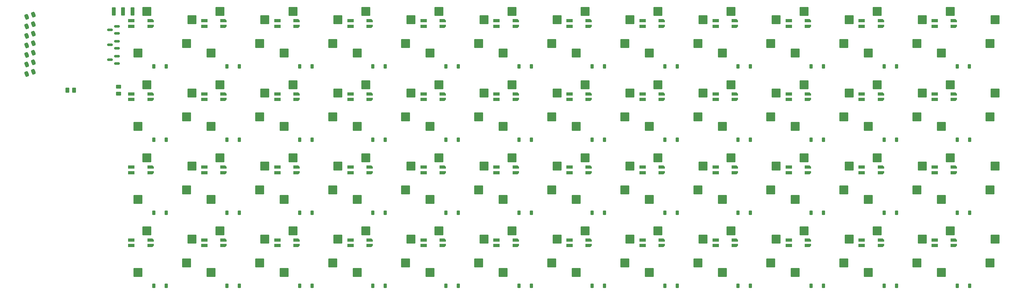
<source format=gbr>
%TF.GenerationSoftware,KiCad,Pcbnew,9.0.2+dfsg-1*%
%TF.CreationDate,2025-11-03T11:46:04-05:00*%
%TF.ProjectId,4x12,34783132-2e6b-4696-9361-645f70636258,rev?*%
%TF.SameCoordinates,Original*%
%TF.FileFunction,Paste,Bot*%
%TF.FilePolarity,Positive*%
%FSLAX46Y46*%
G04 Gerber Fmt 4.6, Leading zero omitted, Abs format (unit mm)*
G04 Created by KiCad (PCBNEW 9.0.2+dfsg-1) date 2025-11-03 11:46:04*
%MOMM*%
%LPD*%
G01*
G04 APERTURE LIST*
G04 Aperture macros list*
%AMRoundRect*
0 Rectangle with rounded corners*
0 $1 Rounding radius*
0 $2 $3 $4 $5 $6 $7 $8 $9 X,Y pos of 4 corners*
0 Add a 4 corners polygon primitive as box body*
4,1,4,$2,$3,$4,$5,$6,$7,$8,$9,$2,$3,0*
0 Add four circle primitives for the rounded corners*
1,1,$1+$1,$2,$3*
1,1,$1+$1,$4,$5*
1,1,$1+$1,$6,$7*
1,1,$1+$1,$8,$9*
0 Add four rect primitives between the rounded corners*
20,1,$1+$1,$2,$3,$4,$5,0*
20,1,$1+$1,$4,$5,$6,$7,0*
20,1,$1+$1,$6,$7,$8,$9,0*
20,1,$1+$1,$8,$9,$2,$3,0*%
%AMOutline5P*
0 Free polygon, 5 corners , with rotation*
0 The origin of the aperture is its center*
0 number of corners: always 5*
0 $1 to $10 corner X, Y*
0 $11 Rotation angle, in degrees counterclockwise*
0 create outline with 5 corners*
4,1,5,$1,$2,$3,$4,$5,$6,$7,$8,$9,$10,$1,$2,$11*%
%AMOutline6P*
0 Free polygon, 6 corners , with rotation*
0 The origin of the aperture is its center*
0 number of corners: always 6*
0 $1 to $12 corner X, Y*
0 $13 Rotation angle, in degrees counterclockwise*
0 create outline with 6 corners*
4,1,6,$1,$2,$3,$4,$5,$6,$7,$8,$9,$10,$11,$12,$1,$2,$13*%
%AMOutline7P*
0 Free polygon, 7 corners , with rotation*
0 The origin of the aperture is its center*
0 number of corners: always 7*
0 $1 to $14 corner X, Y*
0 $15 Rotation angle, in degrees counterclockwise*
0 create outline with 7 corners*
4,1,7,$1,$2,$3,$4,$5,$6,$7,$8,$9,$10,$11,$12,$13,$14,$1,$2,$15*%
%AMOutline8P*
0 Free polygon, 8 corners , with rotation*
0 The origin of the aperture is its center*
0 number of corners: always 8*
0 $1 to $16 corner X, Y*
0 $17 Rotation angle, in degrees counterclockwise*
0 create outline with 8 corners*
4,1,8,$1,$2,$3,$4,$5,$6,$7,$8,$9,$10,$11,$12,$13,$14,$15,$16,$1,$2,$17*%
G04 Aperture macros list end*
%ADD10RoundRect,0.240000X-0.959988X-0.960012X0.960012X-0.959988X0.959988X0.960012X-0.960012X0.959988X0*%
%ADD11RoundRect,0.240000X0.959988X0.960012X-0.960012X0.959988X-0.959988X-0.960012X0.960012X-0.959988X0*%
%ADD12RoundRect,0.225000X-0.225002X-0.374999X0.224998X-0.375001X0.225002X0.374999X-0.224998X0.375001X0*%
%ADD13R,1.700000X0.820000*%
%ADD14Outline5P,-0.850000X0.410000X0.850000X0.410000X0.850000X0.000000X0.440000X-0.410000X-0.850000X-0.410000X0.000000*%
%ADD15Outline5P,-0.850000X0.410000X0.440000X0.410000X0.850000X0.000000X0.850000X-0.410000X-0.850000X-0.410000X0.000000*%
%ADD16RoundRect,0.150000X0.587500X0.150000X-0.587500X0.150000X-0.587500X-0.150000X0.587500X-0.150000X0*%
%ADD17RoundRect,0.200000X-0.300000X-0.925000X0.300000X-0.925000X0.300000X0.925000X-0.300000X0.925000X0*%
%ADD18RoundRect,0.250000X0.092760X0.512642X-0.400578X0.333081X-0.092760X-0.512642X0.400578X-0.333081X0*%
%ADD19RoundRect,0.250000X0.262500X0.450000X-0.262500X0.450000X-0.262500X-0.450000X0.262500X-0.450000X0*%
%ADD20RoundRect,0.250000X-0.450000X0.262500X-0.450000X-0.262500X0.450000X-0.262500X0.450000X0.262500X0*%
G04 APERTURE END LIST*
D10*
%TO.C,REF\u002A\u002A*%
X147970228Y-65731522D03*
X159970245Y-67931352D03*
%TD*%
D11*
%TO.C,REF\u002A\u002A*%
X61275602Y-93771395D03*
X48348626Y-96311533D03*
%TD*%
%TO.C,REF\u002A\u002A*%
X255835118Y-54771425D03*
X242908142Y-57311563D03*
%TD*%
D10*
%TO.C,REF\u002A\u002A*%
X225794013Y-46231560D03*
X237794030Y-48431390D03*
%TD*%
D11*
%TO.C,REF\u002A\u002A*%
X119643333Y-74271387D03*
X106716357Y-76811525D03*
%TD*%
%TO.C,REF\u002A\u002A*%
X61275118Y-54771425D03*
X48348142Y-57311563D03*
%TD*%
D10*
%TO.C,REF\u002A\u002A*%
X186882013Y-46231561D03*
X198882030Y-48431391D03*
%TD*%
D12*
%TO.C,D14*%
X169276433Y-80381490D03*
X172576441Y-80381460D03*
%TD*%
D11*
%TO.C,REF\u002A\u002A*%
X197467118Y-54771426D03*
X184540142Y-57311564D03*
%TD*%
%TO.C,REF\u002A\u002A*%
X158555118Y-54771425D03*
X145628142Y-57311563D03*
%TD*%
D10*
%TO.C,REF\u002A\u002A*%
X70146229Y-65731522D03*
X82146246Y-67931352D03*
%TD*%
D12*
%TO.C,D14*%
X71996194Y-60881489D03*
X75296202Y-60881459D03*
%TD*%
%TO.C,D14*%
X149820194Y-60881489D03*
X153120202Y-60881459D03*
%TD*%
D11*
%TO.C,REF\u002A\u002A*%
X275291602Y-113227395D03*
X262364626Y-115767533D03*
%TD*%
D10*
%TO.C,REF\u002A\u002A*%
X264706014Y-46231559D03*
X276706031Y-48431389D03*
%TD*%
%TO.C,REF\u002A\u002A*%
X225794497Y-85231530D03*
X237794514Y-87431360D03*
%TD*%
%TO.C,REF\u002A\u002A*%
X206338013Y-46231559D03*
X218338030Y-48431389D03*
%TD*%
D11*
%TO.C,REF\u002A\u002A*%
X158555333Y-74271387D03*
X145628357Y-76811525D03*
%TD*%
%TO.C,REF\u002A\u002A*%
X80731334Y-74271387D03*
X67804358Y-76811525D03*
%TD*%
D10*
%TO.C,REF\u002A\u002A*%
X167426013Y-46231561D03*
X179426030Y-48431391D03*
%TD*%
D12*
%TO.C,D14*%
X130364194Y-60881489D03*
X133664202Y-60881459D03*
%TD*%
D10*
%TO.C,REF\u002A\u002A*%
X147970497Y-85231530D03*
X159970514Y-87431360D03*
%TD*%
D11*
%TO.C,REF\u002A\u002A*%
X216923333Y-74271387D03*
X203996357Y-76811525D03*
%TD*%
%TO.C,REF\u002A\u002A*%
X275291119Y-54771424D03*
X262364143Y-57311562D03*
%TD*%
D12*
%TO.C,D14*%
X188732433Y-80381488D03*
X192032441Y-80381458D03*
%TD*%
D11*
%TO.C,REF\u002A\u002A*%
X139099118Y-54771425D03*
X126172142Y-57311563D03*
%TD*%
D10*
%TO.C,REF\u002A\u002A*%
X206338497Y-85231530D03*
X218338514Y-87431360D03*
%TD*%
D12*
%TO.C,D14*%
X52540433Y-80381489D03*
X55840441Y-80381459D03*
%TD*%
%TO.C,D14*%
X169276647Y-119337495D03*
X172576655Y-119337465D03*
%TD*%
D10*
%TO.C,REF\u002A\u002A*%
X50690497Y-104687530D03*
X62690514Y-106887360D03*
%TD*%
%TO.C,REF\u002A\u002A*%
X147970497Y-104687530D03*
X159970514Y-106887360D03*
%TD*%
D12*
%TO.C,D14*%
X227644194Y-60881489D03*
X230944202Y-60881459D03*
%TD*%
D10*
%TO.C,REF\u002A\u002A*%
X50690228Y-65731522D03*
X62690245Y-67931352D03*
%TD*%
D11*
%TO.C,REF\u002A\u002A*%
X119643602Y-113227395D03*
X106716626Y-115767533D03*
%TD*%
D12*
%TO.C,D14*%
X110908646Y-119337495D03*
X114208654Y-119337465D03*
%TD*%
D10*
%TO.C,REF\u002A\u002A*%
X167426229Y-65731522D03*
X179426246Y-67931352D03*
%TD*%
%TO.C,REF\u002A\u002A*%
X206338497Y-104687531D03*
X218338514Y-106887361D03*
%TD*%
%TO.C,REF\u002A\u002A*%
X206338228Y-65731522D03*
X218338245Y-67931352D03*
%TD*%
%TO.C,REF\u002A\u002A*%
X245250228Y-65731522D03*
X257250245Y-67931352D03*
%TD*%
D12*
%TO.C,D14*%
X149820434Y-80381489D03*
X153120442Y-80381459D03*
%TD*%
%TO.C,D14*%
X71996647Y-119337496D03*
X75296655Y-119337466D03*
%TD*%
%TO.C,D14*%
X110908195Y-60881489D03*
X114208203Y-60881459D03*
%TD*%
D11*
%TO.C,REF\u002A\u002A*%
X100187602Y-113227395D03*
X87260626Y-115767533D03*
%TD*%
%TO.C,REF\u002A\u002A*%
X216923602Y-93771395D03*
X203996626Y-96311533D03*
%TD*%
D12*
%TO.C,D14*%
X266556433Y-80381489D03*
X269856441Y-80381459D03*
%TD*%
%TO.C,D14*%
X110908646Y-99881494D03*
X114208654Y-99881464D03*
%TD*%
D10*
%TO.C,REF\u002A\u002A*%
X264706228Y-65731522D03*
X276706245Y-67931352D03*
%TD*%
%TO.C,REF\u002A\u002A*%
X89602228Y-65731522D03*
X101602245Y-67931352D03*
%TD*%
D11*
%TO.C,REF\u002A\u002A*%
X178011118Y-54771426D03*
X165084142Y-57311564D03*
%TD*%
%TO.C,REF\u002A\u002A*%
X275291602Y-93771395D03*
X262364626Y-96311533D03*
%TD*%
D10*
%TO.C,REF\u002A\u002A*%
X186882498Y-85231530D03*
X198882515Y-87431360D03*
%TD*%
D11*
%TO.C,REF\u002A\u002A*%
X178011602Y-93771395D03*
X165084626Y-96311533D03*
%TD*%
D10*
%TO.C,REF\u002A\u002A*%
X70146497Y-104687530D03*
X82146514Y-106887360D03*
%TD*%
%TO.C,REF\u002A\u002A*%
X128514497Y-85231529D03*
X140514514Y-87431359D03*
%TD*%
D12*
%TO.C,D14*%
X247100433Y-80381489D03*
X250400441Y-80381459D03*
%TD*%
D10*
%TO.C,REF\u002A\u002A*%
X89602013Y-46231560D03*
X101602030Y-48431390D03*
%TD*%
D12*
%TO.C,D14*%
X149820646Y-119337495D03*
X153120654Y-119337465D03*
%TD*%
D11*
%TO.C,REF\u002A\u002A*%
X216923602Y-113227396D03*
X203996626Y-115767534D03*
%TD*%
D10*
%TO.C,REF\u002A\u002A*%
X186882228Y-65731522D03*
X198882245Y-67931352D03*
%TD*%
D12*
%TO.C,D14*%
X169276194Y-60881490D03*
X172576202Y-60881460D03*
%TD*%
%TO.C,D14*%
X52540647Y-99881495D03*
X55840655Y-99881465D03*
%TD*%
D11*
%TO.C,REF\u002A\u002A*%
X158555602Y-93771395D03*
X145628626Y-96311533D03*
%TD*%
D10*
%TO.C,REF\u002A\u002A*%
X50690013Y-46231560D03*
X62690030Y-48431390D03*
%TD*%
D11*
%TO.C,REF\u002A\u002A*%
X100187333Y-74271387D03*
X87260357Y-76811525D03*
%TD*%
D12*
%TO.C,D14*%
X227644433Y-80381489D03*
X230944441Y-80381459D03*
%TD*%
%TO.C,D14*%
X91452194Y-60881489D03*
X94752202Y-60881459D03*
%TD*%
%TO.C,D14*%
X130364646Y-119337495D03*
X133664654Y-119337465D03*
%TD*%
D10*
%TO.C,REF\u002A\u002A*%
X70146498Y-85231530D03*
X82146515Y-87431360D03*
%TD*%
D12*
%TO.C,D14*%
X208188646Y-99881495D03*
X211488654Y-99881465D03*
%TD*%
D11*
%TO.C,REF\u002A\u002A*%
X178011602Y-113227395D03*
X165084626Y-115767533D03*
%TD*%
%TO.C,REF\u002A\u002A*%
X61275333Y-74271387D03*
X48348357Y-76811525D03*
%TD*%
D10*
%TO.C,REF\u002A\u002A*%
X167426497Y-104687530D03*
X179426514Y-106887360D03*
%TD*%
D12*
%TO.C,D14*%
X169276647Y-99881495D03*
X172576655Y-99881465D03*
%TD*%
D10*
%TO.C,REF\u002A\u002A*%
X264706497Y-104687530D03*
X276706514Y-106887360D03*
%TD*%
D12*
%TO.C,D14*%
X91452646Y-119337495D03*
X94752654Y-119337465D03*
%TD*%
D11*
%TO.C,REF\u002A\u002A*%
X139099602Y-113227395D03*
X126172626Y-115767533D03*
%TD*%
D12*
%TO.C,D14*%
X130364646Y-99881495D03*
X133664654Y-99881465D03*
%TD*%
%TO.C,D14*%
X52540646Y-119337495D03*
X55840654Y-119337465D03*
%TD*%
D11*
%TO.C,REF\u002A\u002A*%
X178011334Y-74271387D03*
X165084358Y-76811525D03*
%TD*%
D10*
%TO.C,REF\u002A\u002A*%
X186882498Y-104687530D03*
X198882515Y-106887360D03*
%TD*%
%TO.C,REF\u002A\u002A*%
X70146013Y-46231560D03*
X82146030Y-48431390D03*
%TD*%
D12*
%TO.C,D14*%
X91452646Y-99881495D03*
X94752654Y-99881465D03*
%TD*%
D11*
%TO.C,REF\u002A\u002A*%
X119643119Y-54771425D03*
X106716143Y-57311563D03*
%TD*%
D12*
%TO.C,D14*%
X247100646Y-119337495D03*
X250400654Y-119337465D03*
%TD*%
D11*
%TO.C,REF\u002A\u002A*%
X139099333Y-74271388D03*
X126172357Y-76811526D03*
%TD*%
%TO.C,REF\u002A\u002A*%
X100187602Y-93771396D03*
X87260626Y-96311534D03*
%TD*%
D12*
%TO.C,D14*%
X227644646Y-119337495D03*
X230944654Y-119337465D03*
%TD*%
%TO.C,D14*%
X208188646Y-119337495D03*
X211488654Y-119337465D03*
%TD*%
%TO.C,D14*%
X188732646Y-119337496D03*
X192032654Y-119337466D03*
%TD*%
%TO.C,D14*%
X266556194Y-60881489D03*
X269856202Y-60881459D03*
%TD*%
%TO.C,D14*%
X130364433Y-80381489D03*
X133664441Y-80381459D03*
%TD*%
D11*
%TO.C,REF\u002A\u002A*%
X197467603Y-113227395D03*
X184540627Y-115767533D03*
%TD*%
%TO.C,REF\u002A\u002A*%
X80731118Y-54771425D03*
X67804142Y-57311563D03*
%TD*%
%TO.C,REF\u002A\u002A*%
X255835602Y-113227394D03*
X242908626Y-115767532D03*
%TD*%
D10*
%TO.C,REF\u002A\u002A*%
X128514497Y-104687530D03*
X140514514Y-106887360D03*
%TD*%
D11*
%TO.C,REF\u002A\u002A*%
X236379118Y-54771425D03*
X223452142Y-57311563D03*
%TD*%
%TO.C,REF\u002A\u002A*%
X100187118Y-54771425D03*
X87260142Y-57311563D03*
%TD*%
D10*
%TO.C,REF\u002A\u002A*%
X167426497Y-85231530D03*
X179426514Y-87431360D03*
%TD*%
%TO.C,REF\u002A\u002A*%
X109058014Y-46231560D03*
X121058031Y-48431390D03*
%TD*%
D11*
%TO.C,REF\u002A\u002A*%
X119643602Y-93771395D03*
X106716626Y-96311533D03*
%TD*%
%TO.C,REF\u002A\u002A*%
X139099602Y-93771394D03*
X126172626Y-96311532D03*
%TD*%
%TO.C,REF\u002A\u002A*%
X275291333Y-74271387D03*
X262364357Y-76811525D03*
%TD*%
D10*
%TO.C,REF\u002A\u002A*%
X50690497Y-85231530D03*
X62690514Y-87431360D03*
%TD*%
D11*
%TO.C,REF\u002A\u002A*%
X197467603Y-93771395D03*
X184540627Y-96311533D03*
%TD*%
D10*
%TO.C,REF\u002A\u002A*%
X89602497Y-85231531D03*
X101602514Y-87431361D03*
%TD*%
D11*
%TO.C,REF\u002A\u002A*%
X80731603Y-93771395D03*
X67804627Y-96311533D03*
%TD*%
D12*
%TO.C,D14*%
X110908433Y-80381489D03*
X114208441Y-80381459D03*
%TD*%
D10*
%TO.C,REF\u002A\u002A*%
X245250497Y-104687529D03*
X257250514Y-106887359D03*
%TD*%
D12*
%TO.C,D14*%
X208188194Y-60881489D03*
X211488202Y-60881459D03*
%TD*%
D11*
%TO.C,REF\u002A\u002A*%
X61275602Y-113227395D03*
X48348626Y-115767533D03*
%TD*%
D10*
%TO.C,REF\u002A\u002A*%
X128514228Y-65731523D03*
X140514245Y-67931353D03*
%TD*%
D12*
%TO.C,D14*%
X266556646Y-119337495D03*
X269856654Y-119337465D03*
%TD*%
D10*
%TO.C,REF\u002A\u002A*%
X245250013Y-46231560D03*
X257250030Y-48431390D03*
%TD*%
D11*
%TO.C,REF\u002A\u002A*%
X255835602Y-93771395D03*
X242908626Y-96311533D03*
%TD*%
D12*
%TO.C,D14*%
X266556647Y-99881495D03*
X269856655Y-99881465D03*
%TD*%
D10*
%TO.C,REF\u002A\u002A*%
X225794497Y-104687531D03*
X237794514Y-106887361D03*
%TD*%
D11*
%TO.C,REF\u002A\u002A*%
X158555602Y-113227395D03*
X145628626Y-115767533D03*
%TD*%
D12*
%TO.C,D14*%
X188732646Y-99881495D03*
X192032654Y-99881465D03*
%TD*%
D10*
%TO.C,REF\u002A\u002A*%
X264706497Y-85231530D03*
X276706514Y-87431360D03*
%TD*%
D12*
%TO.C,D14*%
X71996433Y-80381489D03*
X75296441Y-80381459D03*
%TD*%
D10*
%TO.C,REF\u002A\u002A*%
X147970013Y-46231560D03*
X159970030Y-48431390D03*
%TD*%
D12*
%TO.C,D14*%
X227644646Y-99881495D03*
X230944654Y-99881465D03*
%TD*%
D10*
%TO.C,REF\u002A\u002A*%
X89602497Y-104687530D03*
X101602514Y-106887360D03*
%TD*%
D11*
%TO.C,REF\u002A\u002A*%
X255835333Y-74271387D03*
X242908357Y-76811525D03*
%TD*%
D12*
%TO.C,D14*%
X188732194Y-60881490D03*
X192032202Y-60881460D03*
%TD*%
D11*
%TO.C,REF\u002A\u002A*%
X216923118Y-54771424D03*
X203996142Y-57311562D03*
%TD*%
%TO.C,REF\u002A\u002A*%
X236379335Y-74271387D03*
X223452359Y-76811525D03*
%TD*%
%TO.C,REF\u002A\u002A*%
X197467333Y-74271387D03*
X184540357Y-76811525D03*
%TD*%
D12*
%TO.C,D14*%
X149820646Y-99881495D03*
X153120654Y-99881465D03*
%TD*%
%TO.C,D14*%
X208188434Y-80381488D03*
X211488442Y-80381458D03*
%TD*%
%TO.C,D14*%
X247100646Y-99881495D03*
X250400654Y-99881465D03*
%TD*%
D11*
%TO.C,REF\u002A\u002A*%
X236379602Y-113227396D03*
X223452626Y-115767534D03*
%TD*%
D12*
%TO.C,D14*%
X71996646Y-99881496D03*
X75296654Y-99881466D03*
%TD*%
D10*
%TO.C,REF\u002A\u002A*%
X109058497Y-85231530D03*
X121058514Y-87431360D03*
%TD*%
%TO.C,REF\u002A\u002A*%
X225794230Y-65731522D03*
X237794247Y-67931352D03*
%TD*%
%TO.C,REF\u002A\u002A*%
X109058228Y-65731522D03*
X121058245Y-67931352D03*
%TD*%
%TO.C,REF\u002A\u002A*%
X128514013Y-46231560D03*
X140514030Y-48431390D03*
%TD*%
D11*
%TO.C,REF\u002A\u002A*%
X236379602Y-93771395D03*
X223452626Y-96311533D03*
%TD*%
D12*
%TO.C,D14*%
X91452433Y-80381489D03*
X94752441Y-80381459D03*
%TD*%
D10*
%TO.C,REF\u002A\u002A*%
X109058497Y-104687530D03*
X121058514Y-106887360D03*
%TD*%
D11*
%TO.C,REF\u002A\u002A*%
X80731602Y-113227395D03*
X67804626Y-115767533D03*
%TD*%
D12*
%TO.C,D14*%
X247100194Y-60881489D03*
X250400202Y-60881459D03*
%TD*%
D10*
%TO.C,REF\u002A\u002A*%
X245250497Y-85231530D03*
X257250514Y-87431360D03*
%TD*%
D12*
%TO.C,D14*%
X52540194Y-60881489D03*
X55840202Y-60881459D03*
%TD*%
D13*
%TO.C,REF\u002A\u002A*%
X241142513Y-87679547D03*
X241142513Y-89179547D03*
D14*
X246242513Y-89179547D03*
D15*
X246242513Y-87679547D03*
%TD*%
D13*
%TO.C,REF\u002A\u002A*%
X202230030Y-48679608D03*
X202230030Y-50179608D03*
D14*
X207330030Y-50179608D03*
D15*
X207330030Y-48679608D03*
%TD*%
D16*
%TO.C,REF\u002A\u002A*%
X42760013Y-50150558D03*
X42760013Y-52050558D03*
X40885013Y-51100558D03*
%TD*%
D13*
%TO.C,REF\u002A\u002A*%
X260598028Y-48679577D03*
X260598028Y-50179577D03*
D14*
X265698028Y-50179577D03*
D15*
X265698028Y-48679577D03*
%TD*%
D17*
%TO.C,REF\u002A\u002A*%
X41882508Y-46225551D03*
X44382518Y-46225544D03*
X46882501Y-46225555D03*
%TD*%
D13*
%TO.C,REF\u002A\u002A*%
X85494246Y-68179539D03*
X85494246Y-69679539D03*
D14*
X90594246Y-69679539D03*
D15*
X90594246Y-68179539D03*
%TD*%
D13*
%TO.C,REF\u002A\u002A*%
X143862513Y-107135608D03*
X143862513Y-108635608D03*
D14*
X148962513Y-108635608D03*
D15*
X148962513Y-107135608D03*
%TD*%
D13*
%TO.C,REF\u002A\u002A*%
X241142513Y-107135608D03*
X241142513Y-108635608D03*
D14*
X246242513Y-108635608D03*
D15*
X246242513Y-107135608D03*
%TD*%
D13*
%TO.C,REF\u002A\u002A*%
X104950029Y-48679577D03*
X104950029Y-50179577D03*
D14*
X110050029Y-50179577D03*
D15*
X110050029Y-48679577D03*
%TD*%
D13*
%TO.C,REF\u002A\u002A*%
X66038513Y-87679608D03*
X66038513Y-89179608D03*
D14*
X71138513Y-89179608D03*
D15*
X71138513Y-87679608D03*
%TD*%
D13*
%TO.C,REF\u002A\u002A*%
X260598513Y-87679607D03*
X260598513Y-89179607D03*
D14*
X265698513Y-89179607D03*
D15*
X265698513Y-87679607D03*
%TD*%
D13*
%TO.C,REF\u002A\u002A*%
X124406513Y-107135547D03*
X124406513Y-108635547D03*
D14*
X129506513Y-108635547D03*
D15*
X129506513Y-107135547D03*
%TD*%
D13*
%TO.C,REF\u002A\u002A*%
X241142244Y-68179508D03*
X241142244Y-69679508D03*
D14*
X246242244Y-69679508D03*
D15*
X246242244Y-68179508D03*
%TD*%
D18*
%TO.C,REF\u002A\u002A*%
X20442513Y-54640559D03*
X18727573Y-55264743D03*
%TD*%
D13*
%TO.C,REF\u002A\u002A*%
X182774244Y-68179509D03*
X182774244Y-69679509D03*
D14*
X187874244Y-69679509D03*
D15*
X187874244Y-68179509D03*
%TD*%
D13*
%TO.C,REF\u002A\u002A*%
X202230244Y-68179508D03*
X202230244Y-69679508D03*
D14*
X207330244Y-69679508D03*
D15*
X207330244Y-68179508D03*
%TD*%
D13*
%TO.C,REF\u002A\u002A*%
X124406029Y-48679608D03*
X124406029Y-50179608D03*
D14*
X129506029Y-50179608D03*
D15*
X129506029Y-48679608D03*
%TD*%
D13*
%TO.C,REF\u002A\u002A*%
X46582514Y-87679547D03*
X46582514Y-89179547D03*
D14*
X51682514Y-89179547D03*
D15*
X51682514Y-87679547D03*
%TD*%
D13*
%TO.C,REF\u002A\u002A*%
X124406513Y-87679547D03*
X124406513Y-89179547D03*
D14*
X129506513Y-89179547D03*
D15*
X129506513Y-87679547D03*
%TD*%
D18*
%TO.C,REF\u002A\u002A*%
X20442513Y-57180559D03*
X18727573Y-57804743D03*
%TD*%
D13*
%TO.C,REF\u002A\u002A*%
X163318513Y-107135607D03*
X163318513Y-108635607D03*
D14*
X168418513Y-108635607D03*
D15*
X168418513Y-107135607D03*
%TD*%
D13*
%TO.C,REF\u002A\u002A*%
X182774513Y-107135547D03*
X182774513Y-108635547D03*
D14*
X187874513Y-108635547D03*
D15*
X187874513Y-107135547D03*
%TD*%
D13*
%TO.C,REF\u002A\u002A*%
X104950244Y-68179508D03*
X104950244Y-69679508D03*
D14*
X110050244Y-69679508D03*
D15*
X110050244Y-68179508D03*
%TD*%
D13*
%TO.C,REF\u002A\u002A*%
X221686513Y-107135547D03*
X221686513Y-108635547D03*
D14*
X226786513Y-108635547D03*
D15*
X226786513Y-107135547D03*
%TD*%
D18*
%TO.C,REF\u002A\u002A*%
X20442513Y-47020559D03*
X18727573Y-47644743D03*
%TD*%
D13*
%TO.C,REF\u002A\u002A*%
X221686244Y-68179507D03*
X221686244Y-69679507D03*
D14*
X226786244Y-69679507D03*
D15*
X226786244Y-68179507D03*
%TD*%
D13*
%TO.C,REF\u002A\u002A*%
X260598244Y-68179508D03*
X260598244Y-69679508D03*
D14*
X265698244Y-69679508D03*
D15*
X265698244Y-68179508D03*
%TD*%
D13*
%TO.C,REF\u002A\u002A*%
X163318029Y-48679608D03*
X163318029Y-50179608D03*
D14*
X168418029Y-50179608D03*
D15*
X168418029Y-48679608D03*
%TD*%
D18*
%TO.C,REF\u002A\u002A*%
X20442513Y-49560559D03*
X18727573Y-50184743D03*
%TD*%
D13*
%TO.C,REF\u002A\u002A*%
X163318512Y-87679547D03*
X163318512Y-89179547D03*
D14*
X168418512Y-89179547D03*
D15*
X168418512Y-87679547D03*
%TD*%
D18*
%TO.C,REF\u002A\u002A*%
X20442512Y-59720559D03*
X18727572Y-60344743D03*
%TD*%
D13*
%TO.C,REF\u002A\u002A*%
X182774513Y-87679547D03*
X182774513Y-89179547D03*
D14*
X187874513Y-89179547D03*
D15*
X187874513Y-87679547D03*
%TD*%
D19*
%TO.C,REF\u002A\u002A*%
X31336300Y-67211088D03*
X29511300Y-67211090D03*
%TD*%
D13*
%TO.C,REF\u002A\u002A*%
X85494029Y-48679577D03*
X85494029Y-50179577D03*
D14*
X90594029Y-50179577D03*
D15*
X90594029Y-48679577D03*
%TD*%
D13*
%TO.C,REF\u002A\u002A*%
X104950514Y-107135608D03*
X104950514Y-108635608D03*
D14*
X110050514Y-108635608D03*
D15*
X110050514Y-107135608D03*
%TD*%
D13*
%TO.C,REF\u002A\u002A*%
X221686513Y-87679547D03*
X221686513Y-89179547D03*
D14*
X226786513Y-89179547D03*
D15*
X226786513Y-87679547D03*
%TD*%
D13*
%TO.C,REF\u002A\u002A*%
X221686029Y-48679608D03*
X221686029Y-50179608D03*
D14*
X226786029Y-50179608D03*
D15*
X226786029Y-48679608D03*
%TD*%
D13*
%TO.C,REF\u002A\u002A*%
X124406244Y-68179539D03*
X124406244Y-69679539D03*
D14*
X129506244Y-69679539D03*
D15*
X129506244Y-68179539D03*
%TD*%
D13*
%TO.C,REF\u002A\u002A*%
X46582513Y-107135558D03*
X46582513Y-108635558D03*
D14*
X51682513Y-108635558D03*
D15*
X51682513Y-107135558D03*
%TD*%
D13*
%TO.C,REF\u002A\u002A*%
X202230513Y-107135547D03*
X202230513Y-108635547D03*
D14*
X207330513Y-108635547D03*
D15*
X207330513Y-107135547D03*
%TD*%
D13*
%TO.C,REF\u002A\u002A*%
X202230514Y-87679608D03*
X202230514Y-89179608D03*
D14*
X207330514Y-89179608D03*
D15*
X207330514Y-87679608D03*
%TD*%
D13*
%TO.C,REF\u002A\u002A*%
X260598512Y-107135547D03*
X260598512Y-108635547D03*
D14*
X265698512Y-108635547D03*
D15*
X265698512Y-107135547D03*
%TD*%
D13*
%TO.C,REF\u002A\u002A*%
X85494513Y-87679547D03*
X85494513Y-89179547D03*
D14*
X90594513Y-89179547D03*
D15*
X90594513Y-87679547D03*
%TD*%
D13*
%TO.C,REF\u002A\u002A*%
X182774029Y-48679608D03*
X182774029Y-50179608D03*
D14*
X187874029Y-50179608D03*
D15*
X187874029Y-48679608D03*
%TD*%
D13*
%TO.C,REF\u002A\u002A*%
X143862244Y-68179508D03*
X143862244Y-69679508D03*
D14*
X148962244Y-69679508D03*
D15*
X148962244Y-68179508D03*
%TD*%
D13*
%TO.C,REF\u002A\u002A*%
X66038512Y-107135547D03*
X66038512Y-108635547D03*
D14*
X71138512Y-108635547D03*
D15*
X71138512Y-107135547D03*
%TD*%
D18*
%TO.C,REF\u002A\u002A*%
X20442513Y-52100559D03*
X18727573Y-52724743D03*
%TD*%
D13*
%TO.C,REF\u002A\u002A*%
X143862512Y-87679547D03*
X143862512Y-89179547D03*
D14*
X148962512Y-89179547D03*
D15*
X148962512Y-87679547D03*
%TD*%
D13*
%TO.C,REF\u002A\u002A*%
X143862029Y-48679577D03*
X143862029Y-50179577D03*
D14*
X148962029Y-50179577D03*
D15*
X148962029Y-48679577D03*
%TD*%
D13*
%TO.C,REF\u002A\u002A*%
X104950514Y-87679608D03*
X104950514Y-89179608D03*
D14*
X110050514Y-89179608D03*
D15*
X110050514Y-87679608D03*
%TD*%
D16*
%TO.C,REF\u002A\u002A*%
X42760013Y-54150558D03*
X42760013Y-56050558D03*
X40885013Y-55100558D03*
%TD*%
D20*
%TO.C,REF\u002A\u002A*%
X43123799Y-66298589D03*
X43123801Y-68123589D03*
%TD*%
D13*
%TO.C,REF\u002A\u002A*%
X163318244Y-68179539D03*
X163318244Y-69679539D03*
D14*
X168418244Y-69679539D03*
D15*
X168418244Y-68179539D03*
%TD*%
D13*
%TO.C,REF\u002A\u002A*%
X46582029Y-48679577D03*
X46582029Y-50179577D03*
D14*
X51682029Y-50179577D03*
D15*
X51682029Y-48679577D03*
%TD*%
D16*
%TO.C,REF\u002A\u002A*%
X42760014Y-58150559D03*
X42760014Y-60050559D03*
X40885014Y-59100559D03*
%TD*%
D13*
%TO.C,REF\u002A\u002A*%
X66038244Y-68179539D03*
X66038244Y-69679539D03*
D14*
X71138244Y-69679539D03*
D15*
X71138244Y-68179539D03*
%TD*%
D13*
%TO.C,REF\u002A\u002A*%
X66038029Y-48679576D03*
X66038029Y-50179576D03*
D14*
X71138029Y-50179576D03*
D15*
X71138029Y-48679576D03*
%TD*%
D18*
%TO.C,REF\u002A\u002A*%
X20442513Y-62260559D03*
X18727573Y-62884743D03*
%TD*%
D13*
%TO.C,REF\u002A\u002A*%
X85494513Y-107135608D03*
X85494513Y-108635608D03*
D14*
X90594513Y-108635608D03*
D15*
X90594513Y-107135608D03*
%TD*%
D13*
%TO.C,REF\u002A\u002A*%
X241142029Y-48679578D03*
X241142029Y-50179578D03*
D14*
X246242029Y-50179578D03*
D15*
X246242029Y-48679578D03*
%TD*%
D13*
%TO.C,REF\u002A\u002A*%
X46582244Y-68179508D03*
X46582244Y-69679508D03*
D14*
X51682244Y-69679508D03*
D15*
X51682244Y-68179508D03*
%TD*%
M02*

</source>
